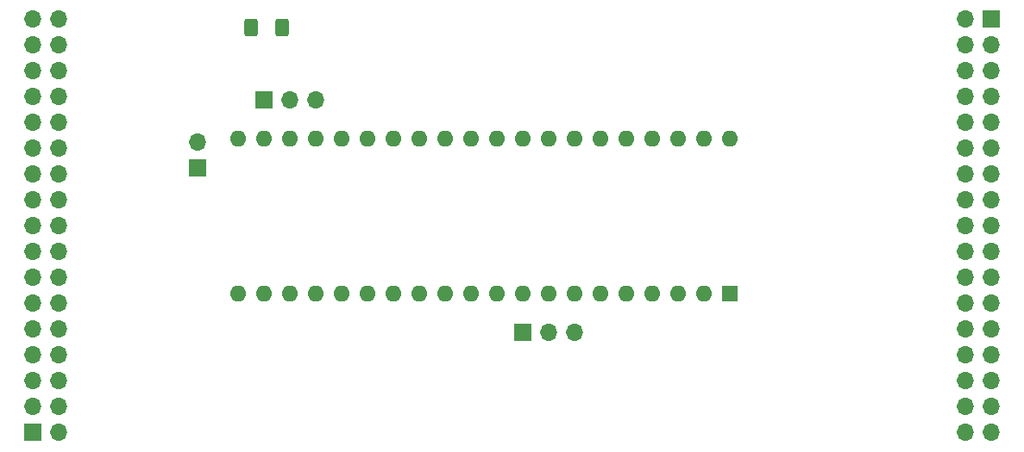
<source format=gbr>
%TF.GenerationSoftware,KiCad,Pcbnew,8.0.7-8.0.7-0~ubuntu22.04.1*%
%TF.CreationDate,2025-01-28T11:11:41+01:00*%
%TF.ProjectId,EF9366,45463933-3636-42e6-9b69-6361645f7063,rev?*%
%TF.SameCoordinates,Original*%
%TF.FileFunction,Soldermask,Top*%
%TF.FilePolarity,Negative*%
%FSLAX46Y46*%
G04 Gerber Fmt 4.6, Leading zero omitted, Abs format (unit mm)*
G04 Created by KiCad (PCBNEW 8.0.7-8.0.7-0~ubuntu22.04.1) date 2025-01-28 11:11:41*
%MOMM*%
%LPD*%
G01*
G04 APERTURE LIST*
G04 Aperture macros list*
%AMRoundRect*
0 Rectangle with rounded corners*
0 $1 Rounding radius*
0 $2 $3 $4 $5 $6 $7 $8 $9 X,Y pos of 4 corners*
0 Add a 4 corners polygon primitive as box body*
4,1,4,$2,$3,$4,$5,$6,$7,$8,$9,$2,$3,0*
0 Add four circle primitives for the rounded corners*
1,1,$1+$1,$2,$3*
1,1,$1+$1,$4,$5*
1,1,$1+$1,$6,$7*
1,1,$1+$1,$8,$9*
0 Add four rect primitives between the rounded corners*
20,1,$1+$1,$2,$3,$4,$5,0*
20,1,$1+$1,$4,$5,$6,$7,0*
20,1,$1+$1,$6,$7,$8,$9,0*
20,1,$1+$1,$8,$9,$2,$3,0*%
G04 Aperture macros list end*
%ADD10R,1.700000X1.700000*%
%ADD11O,1.700000X1.700000*%
%ADD12RoundRect,0.250000X0.400000X0.625000X-0.400000X0.625000X-0.400000X-0.625000X0.400000X-0.625000X0*%
%ADD13R,1.600000X1.600000*%
%ADD14O,1.600000X1.600000*%
G04 APERTURE END LIST*
D10*
%TO.C,J2*%
X69145000Y-83571000D03*
D11*
X69145000Y-81031000D03*
%TD*%
D12*
%TO.C,R1*%
X77470000Y-69850000D03*
X74370000Y-69850000D03*
%TD*%
D10*
%TO.C,JP2*%
X75692000Y-76962000D03*
D11*
X78232000Y-76962000D03*
X80772000Y-76962000D03*
%TD*%
D10*
%TO.C,JP1*%
X101092000Y-99822000D03*
D11*
X103632000Y-99822000D03*
X106172000Y-99822000D03*
%TD*%
D10*
%TO.C,J3*%
X147000000Y-69000000D03*
D11*
X144460000Y-69000000D03*
X147000000Y-71540000D03*
X144460000Y-71540000D03*
X147000000Y-74080000D03*
X144460000Y-74080000D03*
X147000000Y-76620000D03*
X144460000Y-76620000D03*
X147000000Y-79160000D03*
X144460000Y-79160000D03*
X147000000Y-81700000D03*
X144460000Y-81700000D03*
X147000000Y-84240000D03*
X144460000Y-84240000D03*
X147000000Y-86780000D03*
X144460000Y-86780000D03*
X147000000Y-89320000D03*
X144460000Y-89320000D03*
X147000000Y-91860000D03*
X144460000Y-91860000D03*
X147000000Y-94400000D03*
X144460000Y-94400000D03*
X147000000Y-96940000D03*
X144460000Y-96940000D03*
X147000000Y-99480000D03*
X144460000Y-99480000D03*
X147000000Y-102020000D03*
X144460000Y-102020000D03*
X147000000Y-104560000D03*
X144460000Y-104560000D03*
X147000000Y-107100000D03*
X144460000Y-107100000D03*
X147000000Y-109640000D03*
X144460000Y-109640000D03*
%TD*%
D10*
%TO.C,J1*%
X53000000Y-109640000D03*
D11*
X55540000Y-109640000D03*
X53000000Y-107100000D03*
X55540000Y-107100000D03*
X53000000Y-104560000D03*
X55540000Y-104560000D03*
X53000000Y-102020000D03*
X55540000Y-102020000D03*
X53000000Y-99480000D03*
X55540000Y-99480000D03*
X53000000Y-96940000D03*
X55540000Y-96940000D03*
X53000000Y-94400000D03*
X55540000Y-94400000D03*
X53000000Y-91860000D03*
X55540000Y-91860000D03*
X53000000Y-89320000D03*
X55540000Y-89320000D03*
X53000000Y-86780000D03*
X55540000Y-86780000D03*
X53000000Y-84240000D03*
X55540000Y-84240000D03*
X53000000Y-81700000D03*
X55540000Y-81700000D03*
X53000000Y-79160000D03*
X55540000Y-79160000D03*
X53000000Y-76620000D03*
X55540000Y-76620000D03*
X53000000Y-74080000D03*
X55540000Y-74080000D03*
X53000000Y-71540000D03*
X55540000Y-71540000D03*
X53000000Y-69000000D03*
X55540000Y-69000000D03*
%TD*%
D13*
%TO.C,U4*%
X121412000Y-96012000D03*
D14*
X118872000Y-96012000D03*
X116332000Y-96012000D03*
X113792000Y-96012000D03*
X111252000Y-96012000D03*
X108712000Y-96012000D03*
X106172000Y-96012000D03*
X103632000Y-96012000D03*
X101092000Y-96012000D03*
X98552000Y-96012000D03*
X96012000Y-96012000D03*
X93472000Y-96012000D03*
X90932000Y-96012000D03*
X88392000Y-96012000D03*
X85852000Y-96012000D03*
X83312000Y-96012000D03*
X80772000Y-96012000D03*
X78232000Y-96012000D03*
X75692000Y-96012000D03*
X73152000Y-96012000D03*
X73152000Y-80772000D03*
X75692000Y-80772000D03*
X78232000Y-80772000D03*
X80772000Y-80772000D03*
X83312000Y-80772000D03*
X85852000Y-80772000D03*
X88392000Y-80772000D03*
X90932000Y-80772000D03*
X93472000Y-80772000D03*
X96012000Y-80772000D03*
X98552000Y-80772000D03*
X101092000Y-80772000D03*
X103632000Y-80772000D03*
X106172000Y-80772000D03*
X108712000Y-80772000D03*
X111252000Y-80772000D03*
X113792000Y-80772000D03*
X116332000Y-80772000D03*
X118872000Y-80772000D03*
X121412000Y-80772000D03*
%TD*%
M02*

</source>
